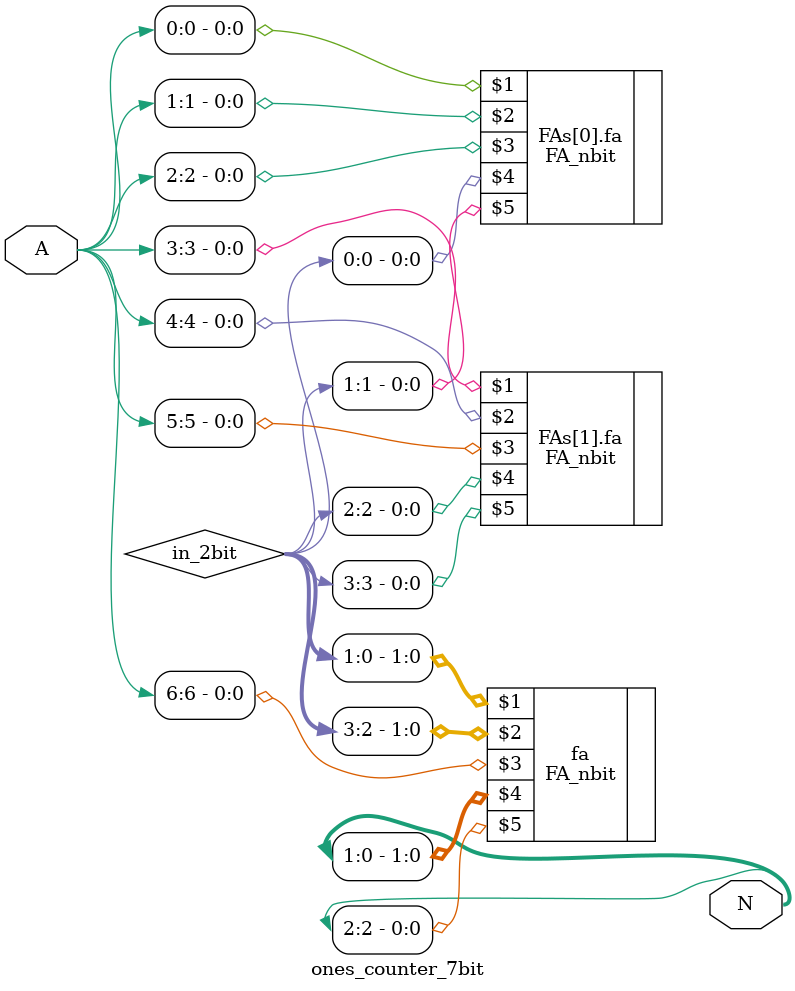
<source format=sv>
`timescale 1ns/1ns

module ones_counter_7bit (input [6:0] A, output [2:0] N);

	wire [3:0] in_2bit;
	parameter n=1;
	genvar i;

	generate
	for (i=0; i < 2; i = i + 1) begin: FAs
		FA_nbit #(n) fa(A[i*3], A[i*3+1], A[i*3+2], in_2bit[i*2], in_2bit[i*2+1]);
	end
	endgenerate
	parameter m = 2;
	FA_nbit #(m) fa(in_2bit[1:0], in_2bit[3:2], A[6], N[1:0], N[2]);

endmodule

</source>
